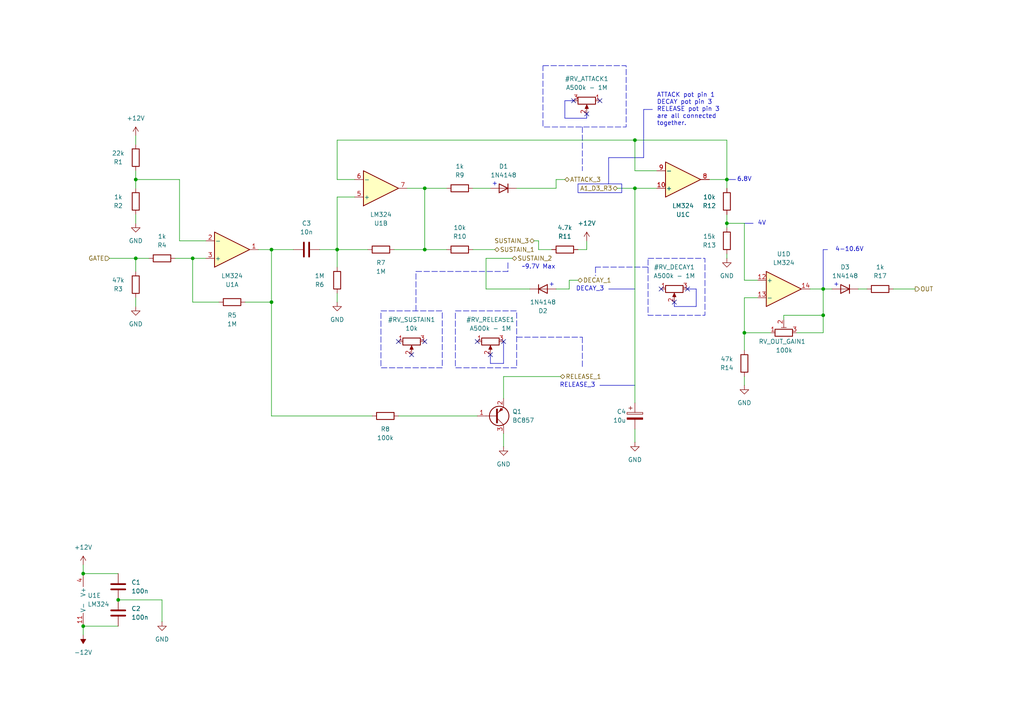
<source format=kicad_sch>
(kicad_sch (version 20250114) (generator "eeschema") (generator_version "9.0")
  (paper "A4")
  (title_block (title "ADSR + VCA") (date "2026-02-17") (rev "v1.2") (company "Shmøergh"))
  (lib_symbols
    (symbol "Amplifier_Operational:LM324" (pin_names (offset 0.127))
      (property "Reference" "U" (at 0 5.08 0))
      (property "Value" "LM324" (at 0 -5.08 0))
      (symbol "LM324_1_1"
        (polyline (pts (xy -5.08 5.08) (xy 5.08 0) (xy -5.08 -5.08) (xy -5.08 5.08)) (stroke (width 0.254)) (fill (type background)))
        (pin input line (at -7.62 2.54 0) (length 2.54) (name "+") (number "3"))
        (pin input line (at -7.62 -2.54 0) (length 2.54) (name "-") (number "2"))
        (pin output line (at 7.62 0 180) (length 2.54) (name "~") (number "1"))
      )
      (symbol "LM324_2_1"
        (polyline (pts (xy -5.08 5.08) (xy 5.08 0) (xy -5.08 -5.08) (xy -5.08 5.08)) (stroke (width 0.254)) (fill (type background)))
        (pin input line (at -7.62 2.54 0) (length 2.54) (name "+") (number "5"))
        (pin input line (at -7.62 -2.54 0) (length 2.54) (name "-") (number "6"))
        (pin output line (at 7.62 0 180) (length 2.54) (name "~") (number "7"))
      )
      (symbol "LM324_3_1"
        (polyline (pts (xy -5.08 5.08) (xy 5.08 0) (xy -5.08 -5.08) (xy -5.08 5.08)) (stroke (width 0.254)) (fill (type background)))
        (pin input line (at -7.62 2.54 0) (length 2.54) (name "+") (number "10"))
        (pin input line (at -7.62 -2.54 0) (length 2.54) (name "-") (number "9"))
        (pin output line (at 7.62 0 180) (length 2.54) (name "~") (number "8"))
      )
      (symbol "LM324_4_1"
        (polyline (pts (xy -5.08 5.08) (xy 5.08 0) (xy -5.08 -5.08) (xy -5.08 5.08)) (stroke (width 0.254)) (fill (type background)))
        (pin input line (at -7.62 2.54 0) (length 2.54) (name "+") (number "12"))
        (pin input line (at -7.62 -2.54 0) (length 2.54) (name "-") (number "13"))
        (pin output line (at 7.62 0 180) (length 2.54) (name "~") (number "14"))
      )
      (symbol "LM324_5_1"
        (pin power_in line (at -2.54 7.62 270) (length 3.81) (name "V+") (number "4"))
        (pin power_in line (at -2.54 -7.62 90) (length 3.81) (name "V-") (number "11"))
      )
    )
    (symbol "Device:C" (pin_numbers (hide yes)) (pin_names (offset 0.254))
      (property "Reference" "C" (at 0.635 2.54 0))
      (property "Value" "C" (at 0.635 -2.54 0))
      (symbol "C_0_1"
        (polyline (pts (xy -2.032 0.762) (xy 2.032 0.762)) (stroke (width 0.508)))
        (polyline (pts (xy -2.032 -0.762) (xy 2.032 -0.762)) (stroke (width 0.508)))
      )
      (symbol "C_1_1"
        (pin passive line (at 0 3.81 270) (length 2.794) (name "~") (number "1"))
        (pin passive line (at 0 -3.81 90) (length 2.794) (name "~") (number "2"))
      )
    )
    (symbol "Device:C_Polarized" (pin_numbers (hide yes)) (pin_names (offset 0.254))
      (property "Reference" "C" (at 0.635 2.54 0))
      (property "Value" "C_Polarized" (at 0.635 -2.54 0))
      (symbol "C_Polarized_0_1"
        (rectangle (start -2.286 0.508) (end 2.286 1.016))
        (polyline (pts (xy -1.778 2.286) (xy -0.762 2.286)))
        (polyline (pts (xy -1.27 2.794) (xy -1.27 1.778)))
        (rectangle (start 2.286 -0.508) (end -2.286 -1.016) (fill (type outline)))
      )
      (symbol "C_Polarized_1_1"
        (pin passive line (at 0 3.81 270) (length 2.794) (name "~") (number "1"))
        (pin passive line (at 0 -3.81 90) (length 2.794) (name "~") (number "2"))
      )
    )
    (symbol "Device:D" (pin_numbers (hide yes)) (pin_names (offset 1.016) (hide yes))
      (property "Reference" "D" (at 0 2.54 0))
      (property "Value" "D" (at 0 -2.54 0))
      (symbol "D_0_1"
        (polyline (pts (xy -1.27 1.27) (xy -1.27 -1.27)) (stroke (width 0.254)))
        (polyline (pts (xy 1.27 1.27) (xy 1.27 -1.27) (xy -1.27 0) (xy 1.27 1.27)) (stroke (width 0.254)))
        (polyline (pts (xy 1.27 0) (xy -1.27 0)))
      )
      (symbol "D_1_1"
        (pin passive line (at -3.81 0 0) (length 2.54) (name "K") (number "1"))
        (pin passive line (at 3.81 0 180) (length 2.54) (name "A") (number "2"))
      )
    )
    (symbol "Device:R" (pin_numbers (hide yes)) (pin_names (offset 0))
      (property "Reference" "R" (at 2.032 0 90))
      (property "Value" "R" (at 0 0 90))
      (symbol "R_0_1"
        (rectangle (start -1.016 -2.54) (end 1.016 2.54) (stroke (width 0.254)))
      )
      (symbol "R_1_1"
        (pin passive line (at 0 3.81 270) (length 1.27) (name "~") (number "1"))
        (pin passive line (at 0 -3.81 90) (length 1.27) (name "~") (number "2"))
      )
    )
    (symbol "Device:R_Potentiometer" (pin_names (offset 1.016) (hide yes))
      (property "Reference" "RV" (at -4.445 0 90))
      (property "Value" "R_Potentiometer" (at -2.54 0 90))
      (symbol "R_Potentiometer_0_1"
        (rectangle (start 1.016 2.54) (end -1.016 -2.54) (stroke (width 0.254)))
        (polyline (pts (xy 1.143 0) (xy 2.286 0.508) (xy 2.286 -0.508) (xy 1.143 0)) (fill (type outline)))
        (polyline (pts (xy 2.54 0) (xy 1.524 0)))
      )
      (symbol "R_Potentiometer_1_1"
        (pin passive line (at 0 3.81 270) (length 1.27) (name "1") (number "1"))
        (pin passive line (at 0 -3.81 90) (length 1.27) (name "3") (number "3"))
        (pin passive line (at 3.81 0 180) (length 1.27) (name "2") (number "2"))
      )
    )
    (symbol "Device:R_Potentiometer_Trim" (pin_names (offset 1.016) (hide yes))
      (property "Reference" "RV" (at -4.445 0 90))
      (property "Value" "R_Potentiometer_Trim" (at -2.54 0 90))
      (symbol "R_Potentiometer_Trim_0_1"
        (rectangle (start 1.016 2.54) (end -1.016 -2.54) (stroke (width 0.254)))
        (polyline (pts (xy 1.524 0.762) (xy 1.524 -0.762)))
        (polyline (pts (xy 2.54 0) (xy 1.524 0)))
      )
      (symbol "R_Potentiometer_Trim_1_1"
        (pin passive line (at 0 3.81 270) (length 1.27) (name "1") (number "1"))
        (pin passive line (at 0 -3.81 90) (length 1.27) (name "3") (number "3"))
        (pin passive line (at 3.81 0 180) (length 1.27) (name "2") (number "2"))
      )
    )
    (symbol "Transistor_BJT:BC857" (pin_names (offset 0) (hide yes))
      (property "Reference" "Q" (at 5.08 1.905 0))
      (property "Value" "BC857" (at 5.08 0 0))
      (symbol "BC857_0_1"
        (polyline (pts (xy -2.54 0) (xy 0.635 0)))
        (polyline (pts (xy 0.635 1.905) (xy 0.635 -1.905)) (stroke (width 0.508)))
        (polyline (pts (xy 0.635 0.635) (xy 2.54 2.54)))
        (polyline (pts (xy 0.635 -0.635) (xy 2.54 -2.54)))
        (circle (center 1.27 0) (radius 2.8194) (stroke (width 0.254)))
        (polyline (pts (xy 2.286 -1.778) (xy 1.778 -2.286) (xy 1.27 -1.27) (xy 2.286 -1.778)) (fill (type outline)))
      )
      (symbol "BC857_1_1"
        (pin input line (at -5.08 0 0) (length 2.54) (name "B") (number "1"))
        (pin passive line (at 2.54 5.08 270) (length 2.54) (name "C") (number "3"))
        (pin passive line (at 2.54 -5.08 90) (length 2.54) (name "E") (number "2"))
      )
    )
    (symbol "power:+12V" (power) (pin_numbers (hide yes)) (pin_names (offset 0) (hide yes))
      (property "Value" "+12V" (at 0 3.556 0))
      (symbol "+12V_0_1"
        (polyline (pts (xy -0.762 1.27) (xy 0 2.54)))
        (polyline (pts (xy 0 2.54) (xy 0.762 1.27)))
        (polyline (pts (xy 0 0) (xy 0 2.54)))
      )
      (symbol "+12V_1_1"
        (pin power_in line (at 0 0 90) (length 0) (name "~") (number "1"))
      )
    )
    (symbol "power:-12V" (power) (pin_numbers (hide yes)) (pin_names (offset 0) (hide yes))
      (property "Value" "-12V" (at 0 3.556 0))
      (symbol "-12V_0_0"
        (pin power_in line (at 0 0 90) (length 0) (name "~") (number "1"))
      )
      (symbol "-12V_0_1"
        (polyline (pts (xy 0 0) (xy 0 1.27) (xy 0.762 1.27) (xy 0 2.54) (xy -0.762 1.27) (xy 0 1.27)) (fill (type outline)))
      )
    )
    (symbol "power:GND" (power) (pin_numbers (hide yes)) (pin_names (offset 0) (hide yes))
      (property "Value" "GND" (at 0 -3.81 0))
      (symbol "GND_0_1"
        (polyline (pts (xy 0 0) (xy 0 -1.27) (xy 1.27 -1.27) (xy 0 -2.54) (xy -1.27 -1.27) (xy 0 -1.27)))
      )
      (symbol "GND_1_1"
        (pin power_in line (at 0 0 270) (length 0) (name "~") (number "1"))
      )
    )
  )
  (rectangle (start 157.48 19.05) (end 181.61 36.83) (stroke (width 0) (type dash)))
  (rectangle (start 187.96 74.93) (end 204.47 91.44) (stroke (width 0) (type dash)))
  (rectangle (start 110.49 90.17) (end 128.27 106.68) (stroke (width 0) (type dash)))
  (rectangle (start 132.08 90.17) (end 149.86 106.68) (stroke (width 0) (type dash)))
  (rectangle (start 167.64 53.34) (end 180.34 55.88))
  (text "4-10.6V" (at 246.38 72.39 0) (effects (font (size 1.27 1.27))))
  (text "+" (at 160.02 82.55 0) (effects (font (size 1.27 1.27))))
  (text "4V" (at 220.98 64.77 0) (effects (font (size 1.27 1.27))))
  (text "+" (at 143.51 53.34 0) (effects (font (size 1.27 1.27))))
  (text "DECAY_3" (at 175.26 83.82 0) (effects (font (size 1.27 1.27)) (justify right)))
  (text "+" (at 242.57 82.55 0) (effects (font (size 1.27 1.27))))
  (text "~9.7V Max" (at 156.21 77.47 0) (effects (font (size 1.27 1.27))))
  (text "RELEASE_3" (at 172.72 111.76 0) (effects (font (size 1.27 1.27)) (justify right)))
  (text "6.8V" (at 215.9 52.07 0) (effects (font (size 1.27 1.27))))
  (text "ATTACK pot pin 1\nDECAY pot pin 3\nRELEASE pot pin 3\nare all connected\ntogether." (at 190.5 31.75 0) (effects (font (size 1.27 1.27)) (justify left)))
  (junction (at 210.82 64.77))
  (junction (at 39.37 74.93))
  (junction (at 238.76 83.82))
  (junction (at 78.74 72.39))
  (junction (at 123.19 54.61))
  (junction (at 24.13 181.61))
  (junction (at 39.37 52.07))
  (junction (at 184.15 54.61))
  (junction (at 97.79 72.39))
  (junction (at 123.19 72.39))
  (junction (at 78.74 87.63))
  (junction (at 24.13 166.37))
  (junction (at 34.29 173.99))
  (junction (at 184.15 40.64))
  (junction (at 238.76 91.44))
  (junction (at 55.88 74.93))
  (junction (at 210.82 52.07))
  (junction (at 215.9 96.52))
  (no_connect (at 138.43 99.06))
  (no_connect (at 191.77 83.82))
  (no_connect (at 170.18 33.02))
  (no_connect (at 199.39 83.82))
  (no_connect (at 119.38 102.87))
  (no_connect (at 173.99 29.21))
  (no_connect (at 166.37 29.21))
  (no_connect (at 142.24 102.87))
  (no_connect (at 123.19 99.06))
  (no_connect (at 195.58 87.63))
  (no_connect (at 146.05 99.06))
  (no_connect (at 115.57 99.06))
  (wire (pts (xy 39.37 49.53) (xy 39.37 52.07)))
  (wire (pts (xy 123.19 72.39) (xy 129.54 72.39)))
  (polyline (pts (xy 238.76 72.39) (xy 238.76 83.82)))
  (wire (pts (xy 97.79 87.63) (xy 97.79 85.09)))
  (wire (pts (xy 156.21 69.85) (xy 156.21 72.39)))
  (wire (pts (xy 102.87 52.07) (xy 97.79 52.07)))
  (wire (pts (xy 210.82 40.64) (xy 210.82 52.07)))
  (wire (pts (xy 123.19 54.61) (xy 129.54 54.61)))
  (wire (pts (xy 184.15 54.61) (xy 190.5 54.61)))
  (wire (pts (xy 39.37 52.07) (xy 52.07 52.07)))
  (wire (pts (xy 227.33 91.44) (xy 238.76 91.44)))
  (polyline (pts (xy 199.39 83.82) (xy 201.93 83.82)))
  (wire (pts (xy 78.74 72.39) (xy 74.93 72.39)))
  (polyline (pts (xy 215.9 64.77) (xy 218.44 64.77)))
  (wire (pts (xy 46.99 173.99) (xy 34.29 173.99)))
  (wire (pts (xy 165.1 81.28) (xy 165.1 83.82)))
  (polyline (pts (xy 170.18 34.29) (xy 163.83 34.29)))
  (polyline (pts (xy 240.03 72.39) (xy 238.76 72.39)))
  (polyline (pts (xy 120.65 78.74) (xy 147.32 78.74)) (stroke (width 0) (type dash)))
  (polyline (pts (xy 172.72 77.47) (xy 172.72 80.01)) (stroke (width 0) (type dash)))
  (wire (pts (xy 46.99 180.34) (xy 46.99 173.99)))
  (wire (pts (xy 63.5 87.63) (xy 55.88 87.63)))
  (wire (pts (xy 106.68 72.39) (xy 97.79 72.39)))
  (wire (pts (xy 167.64 81.28) (xy 165.1 81.28)))
  (wire (pts (xy 238.76 83.82) (xy 241.3 83.82)))
  (wire (pts (xy 31.75 74.93) (xy 39.37 74.93)))
  (wire (pts (xy 184.15 49.53) (xy 184.15 40.64)))
  (wire (pts (xy 238.76 83.82) (xy 238.76 91.44)))
  (wire (pts (xy 259.08 83.82) (xy 265.43 83.82)))
  (wire (pts (xy 55.88 87.63) (xy 55.88 74.93)))
  (polyline (pts (xy 186.69 45.72) (xy 176.53 45.72)))
  (wire (pts (xy 146.05 109.22) (xy 162.56 109.22)))
  (polyline (pts (xy 187.96 77.47) (xy 172.72 77.47)) (stroke (width 0) (type dash)))
  (wire (pts (xy 39.37 88.9) (xy 39.37 86.36)))
  (wire (pts (xy 154.94 69.85) (xy 156.21 69.85)))
  (polyline (pts (xy 163.83 29.21) (xy 166.37 29.21)))
  (wire (pts (xy 234.95 83.82) (xy 238.76 83.82)))
  (polyline (pts (xy 168.91 36.83) (xy 168.91 49.53)) (stroke (width 0) (type dash)))
  (wire (pts (xy 97.79 57.15) (xy 97.79 72.39)))
  (wire (pts (xy 210.82 64.77) (xy 215.9 64.77)))
  (wire (pts (xy 55.88 74.93) (xy 59.69 74.93)))
  (wire (pts (xy 227.33 92.71) (xy 227.33 91.44)))
  (wire (pts (xy 210.82 73.66) (xy 210.82 74.93)))
  (wire (pts (xy 210.82 62.23) (xy 210.82 64.77)))
  (wire (pts (xy 184.15 128.27) (xy 184.15 124.46)))
  (wire (pts (xy 39.37 64.77) (xy 39.37 62.23)))
  (wire (pts (xy 24.13 163.83) (xy 24.13 166.37)))
  (polyline (pts (xy 176.53 45.72) (xy 176.53 53.34)))
  (wire (pts (xy 92.71 72.39) (xy 97.79 72.39)))
  (wire (pts (xy 97.79 40.64) (xy 184.15 40.64)))
  (wire (pts (xy 140.97 83.82) (xy 153.67 83.82)))
  (wire (pts (xy 170.18 72.39) (xy 167.64 72.39)))
  (polyline (pts (xy 176.53 83.82) (xy 184.15 83.82)))
  (wire (pts (xy 140.97 74.93) (xy 140.97 83.82)))
  (wire (pts (xy 115.57 120.65) (xy 138.43 120.65)))
  (wire (pts (xy 210.82 64.77) (xy 210.82 66.04)))
  (wire (pts (xy 71.12 87.63) (xy 78.74 87.63)))
  (wire (pts (xy 190.5 49.53) (xy 184.15 49.53)))
  (wire (pts (xy 78.74 120.65) (xy 107.95 120.65)))
  (wire (pts (xy 97.79 52.07) (xy 97.79 40.64)))
  (wire (pts (xy 184.15 40.64) (xy 210.82 40.64)))
  (wire (pts (xy 161.29 54.61) (xy 161.29 52.07)))
  (wire (pts (xy 170.18 69.85) (xy 170.18 72.39)))
  (wire (pts (xy 161.29 83.82) (xy 165.1 83.82)))
  (wire (pts (xy 52.07 69.85) (xy 59.69 69.85)))
  (wire (pts (xy 39.37 52.07) (xy 39.37 54.61)))
  (wire (pts (xy 248.92 83.82) (xy 251.46 83.82)))
  (wire (pts (xy 215.9 64.77) (xy 215.9 81.28)))
  (polyline (pts (xy 142.24 102.87) (xy 142.24 105.41)))
  (polyline (pts (xy 201.93 83.82) (xy 201.93 88.9)))
  (wire (pts (xy 156.21 72.39) (xy 160.02 72.39)))
  (wire (pts (xy 52.07 52.07) (xy 52.07 69.85)))
  (wire (pts (xy 78.74 87.63) (xy 78.74 120.65)))
  (wire (pts (xy 123.19 72.39) (xy 123.19 54.61)))
  (wire (pts (xy 231.14 96.52) (xy 238.76 96.52)))
  (wire (pts (xy 146.05 109.22) (xy 146.05 115.57)))
  (wire (pts (xy 184.15 54.61) (xy 184.15 116.84)))
  (polyline (pts (xy 173.99 111.76) (xy 184.15 111.76)))
  (wire (pts (xy 24.13 181.61) (xy 34.29 181.61)))
  (wire (pts (xy 142.24 54.61) (xy 137.16 54.61)))
  (polyline (pts (xy 163.83 34.29) (xy 163.83 29.21)))
  (wire (pts (xy 223.52 96.52) (xy 215.9 96.52)))
  (wire (pts (xy 215.9 96.52) (xy 215.9 86.36)))
  (wire (pts (xy 39.37 74.93) (xy 39.37 78.74)))
  (wire (pts (xy 238.76 91.44) (xy 238.76 96.52)))
  (polyline (pts (xy 142.24 105.41) (xy 146.05 105.41)))
  (wire (pts (xy 78.74 87.63) (xy 78.74 72.39)))
  (wire (pts (xy 210.82 52.07) (xy 210.82 54.61)))
  (wire (pts (xy 179.07 54.61) (xy 184.15 54.61)))
  (wire (pts (xy 149.86 54.61) (xy 161.29 54.61)))
  (wire (pts (xy 215.9 111.76) (xy 215.9 109.22)))
  (wire (pts (xy 210.82 52.07) (xy 205.74 52.07)))
  (polyline (pts (xy 189.23 31.75) (xy 186.69 31.75)))
  (wire (pts (xy 161.29 52.07) (xy 163.83 52.07)))
  (wire (pts (xy 215.9 101.6) (xy 215.9 96.52)))
  (polyline (pts (xy 170.18 33.02) (xy 170.18 34.29)))
  (polyline (pts (xy 146.05 99.06) (xy 146.05 105.41)))
  (wire (pts (xy 97.79 72.39) (xy 97.79 77.47)))
  (polyline (pts (xy 147.32 76.2) (xy 147.32 78.74)) (stroke (width 0) (type dash)))
  (wire (pts (xy 137.16 72.39) (xy 143.51 72.39)))
  (polyline (pts (xy 210.82 52.07) (xy 213.36 52.07)))
  (polyline (pts (xy 120.65 90.17) (xy 120.65 78.74)) (stroke (width 0) (type dash)))
  (wire (pts (xy 123.19 54.61) (xy 118.11 54.61)))
  (wire (pts (xy 39.37 39.37) (xy 39.37 41.91)))
  (wire (pts (xy 146.05 129.54) (xy 146.05 125.73)))
  (polyline (pts (xy 201.93 88.9) (xy 195.58 88.9)))
  (wire (pts (xy 102.87 57.15) (xy 97.79 57.15)))
  (wire (pts (xy 114.3 72.39) (xy 123.19 72.39)))
  (wire (pts (xy 215.9 86.36) (xy 219.71 86.36)))
  (polyline (pts (xy 149.86 97.79) (xy 168.91 97.79)) (stroke (width 0) (type dash)))
  (wire (pts (xy 39.37 74.93) (xy 43.18 74.93)))
  (wire (pts (xy 24.13 166.37) (xy 34.29 166.37)))
  (polyline (pts (xy 195.58 87.63) (xy 195.58 88.9)))
  (wire (pts (xy 215.9 81.28) (xy 219.71 81.28)))
  (polyline (pts (xy 186.69 31.75) (xy 186.69 45.72)))
  (wire (pts (xy 24.13 184.15) (xy 24.13 181.61)))
  (wire (pts (xy 85.09 72.39) (xy 78.74 72.39)))
  (polyline (pts (xy 168.91 97.79) (xy 168.91 106.68)) (stroke (width 0) (type dash)))
  (wire (pts (xy 148.59 74.93) (xy 140.97 74.93)))
  (wire (pts (xy 50.8 74.93) (xy 55.88 74.93)))
  (hierarchical_label "DECAY_1" (shape bidirectional) (at 167.64 81.28 0))
  (hierarchical_label "GATE" (shape input) (at 31.75 74.93 180))
  (hierarchical_label "ATTACK_3" (shape bidirectional) (at 163.83 52.07 0))
  (hierarchical_label "SUSTAIN_3" (shape bidirectional) (at 154.94 69.85 180))
  (hierarchical_label "A1_D3_R3" (shape bidirectional) (at 179.07 54.61 180))
  (hierarchical_label "SUSTAIN_1" (shape bidirectional) (at 143.51 72.39 0))
  (hierarchical_label "RELEASE_1" (shape bidirectional) (at 162.56 109.22 0))
  (hierarchical_label "SUSTAIN_2" (shape bidirectional) (at 148.59 74.93 0))
  (hierarchical_label "OUT" (shape output) (at 265.43 83.82 0))
  (symbol (lib_id "power:+12V") (at 170.18 69.85 0) (unit 1)
    (property "Reference" "#PWR011" (effects (hide yes)))
    (property "Value" "+12V" (at 170.18 64.77 0))
    (property "Description" "Power symbol creates a global label with name \"+12V\"" (effects (hide yes)))
  )
  (symbol (lib_id "Device:C") (at 34.29 170.18 0) (unit 1)
    (property "Reference" "C1" (at 38.1 168.91 0) (effects (justify left)))
    (property "Value" "100n" (at 38.1 171.45 0) (effects (justify left)))
    (property "Footprint" "Capacitor_SMD:C_0603_1608Metric" (effects (hide yes)))
    (property "LCSC" "C14663" (effects (hide yes)))
    (property "CHECKED" "YES" (effects (hide yes)))
    (property "Vendor" "JLCPCB" (effects (hide yes)))
  )
  (symbol (lib_id "Device:R_Potentiometer") (at 195.58 83.82 90) (mirror x) (unit 1)
    (property "Reference" "#RV_DECAY1" (at 195.58 77.47 90))
    (property "Value" "A500k - 1M" (at 195.58 80.01 90))
    (property "Description" "Potentiometer" (effects (hide yes)))
  )
  (symbol (lib_id "Device:R") (at 46.99 74.93 270) (mirror x) (unit 1)
    (property "Reference" "R4" (at 46.99 71.12 90))
    (property "Value" "1k" (at 46.99 68.58 90))
    (property "Footprint" "Resistor_SMD:R_0603_1608Metric" (effects (hide yes)))
    (property "LCSC" "C21190" (effects (hide yes)))
    (property "CHECKED" "YES" (effects (hide yes)))
    (property "Vendor" "JLCPCB" (effects (hide yes)))
  )
  (symbol (lib_id "Device:C") (at 34.29 177.8 0) (unit 1)
    (property "Reference" "C2" (at 38.1 176.53 0) (effects (justify left)))
    (property "Value" "100n" (at 38.1 179.07 0) (effects (justify left)))
    (property "Footprint" "Capacitor_SMD:C_0603_1608Metric" (effects (hide yes)))
    (property "LCSC" "C14663" (effects (hide yes)))
    (property "CHECKED" "YES" (effects (hide yes)))
    (property "Vendor" "JLCPCB" (effects (hide yes)))
  )
  (symbol (lib_id "Device:R") (at 210.82 69.85 180) (unit 1)
    (property "Reference" "R13" (at 205.74 71.12 0))
    (property "Value" "15k" (at 205.74 68.58 0))
    (property "Footprint" "Resistor_SMD:R_0603_1608Metric" (effects (hide yes)))
    (property "LCSC" "C22809" (effects (hide yes)))
    (property "CHECKED" "YES" (effects (hide yes)))
    (property "Vendor" "JLCPCB" (effects (hide yes)))
  )
  (symbol (lib_id "power:GND") (at 97.79 87.63 0) (unit 1)
    (property "Reference" "#PWR09" (effects (hide yes)))
    (property "Value" "GND" (at 97.79 92.71 0))
    (property "Description" "Power symbol creates a global label with name \"GND\" , ground" (effects (hide yes)))
  )
  (symbol (lib_id "Device:R") (at 163.83 72.39 90) (unit 1)
    (property "Reference" "R11" (at 163.83 68.58 90))
    (property "Value" "4.7k" (at 163.83 66.04 90))
    (property "Footprint" "Resistor_SMD:R_0603_1608Metric" (effects (hide yes)))
    (property "LCSC" "C23162" (effects (hide yes)))
    (property "CHECKED" "YES" (effects (hide yes)))
    (property "Vendor" "JLCPCB" (effects (hide yes)))
  )
  (symbol (lib_id "power:GND") (at 39.37 64.77 0) (unit 1)
    (property "Reference" "#PWR06" (effects (hide yes)))
    (property "Value" "GND" (at 39.37 69.85 0))
    (property "Description" "Power symbol creates a global label with name \"GND\" , ground" (effects (hide yes)))
  )
  (symbol (lib_id "Device:D") (at 245.11 83.82 180) (unit 1)
    (property "Reference" "D3" (at 245.11 77.47 0))
    (property "Value" "1N4148" (at 245.11 80.01 0))
    (property "Footprint" "Diode_SMD:D_SOD-123" (effects (hide yes)))
    (property "Description" "Diode" (effects (hide yes)))
    (property "Sim.Device" "D" (effects (hide yes)))
    (property "Sim.Pins" "1=K 2=A" (effects (hide yes)))
    (property "LCSC" "C81598" (effects (hide yes)))
    (property "Vendor" "JLCPCB" (effects (hide yes)))
    (property "CHECKED" "YES" (effects (hide yes)))
  )
  (symbol (lib_id "Device:C_Polarized") (at 184.15 120.65 0) (unit 1)
    (property "Reference" "C4" (at 181.61 119.38 0) (effects (justify right)))
    (property "Value" "10u" (at 181.61 121.92 0) (effects (justify right)))
    (property "Footprint" "Capacitor_SMD:CP_Elec_5x5.4" (effects (hide yes)))
    (property "Description" "Polarized capacitor" (effects (hide yes)))
    (property "LCSC" "C30110" (effects (hide yes)))
    (property "Vendor" "JLCPCB" (effects (hide yes)))
    (property "CHECKED" "YES" (effects (hide yes)))
  )
  (symbol (lib_id "Device:D") (at 157.48 83.82 0) (unit 1)
    (property "Reference" "D2" (at 157.48 90.17 0))
    (property "Value" "1N4148" (at 157.48 87.63 0))
    (property "Footprint" "Diode_SMD:D_SOD-123" (effects (hide yes)))
    (property "Description" "Diode" (effects (hide yes)))
    (property "Sim.Device" "D" (effects (hide yes)))
    (property "Sim.Pins" "1=K 2=A" (effects (hide yes)))
    (property "LCSC" "C81598" (effects (hide yes)))
    (property "Vendor" "JLCPCB" (effects (hide yes)))
    (property "CHECKED" "YES" (effects (hide yes)))
  )
  (symbol (lib_id "power:-12V") (at 24.13 184.15 180) (unit 1)
    (property "Reference" "#PWR04" (effects (hide yes)))
    (property "Value" "-12V" (at 24.13 189.23 0))
    (property "Description" "Power symbol creates a global label with name \"-12V\"" (effects (hide yes)))
  )
  (symbol (lib_id "Amplifier_Operational:LM324") (at 67.31 72.39 0) (mirror x) (unit 1)
    (property "Reference" "U1" (at 67.31 82.55 0))
    (property "Value" "LM324" (at 67.31 80.01 0))
    (property "Footprint" "Package_SO:SOIC-14_3.9x8.7mm_P1.27mm" (effects (hide yes)))
    (property "Datasheet" "http://www.ti.com/lit/ds/symlink/lm2902-n.pdf" (effects (hide yes)))
    (property "Description" "Low-Power, Quad-Operational Amplifiers, DIP-14/SOIC-14/SSOP-14" (effects (hide yes)))
    (property "Vendor" "JLCPCB" (effects (hide yes)))
    (property "LCSC" "C71035" (effects (hide yes)))
    (property "CHECKED" "YES" (effects (hide yes)))
  )
  (symbol (lib_id "Device:R") (at 255.27 83.82 270) (mirror x) (unit 1)
    (property "Reference" "R17" (at 255.27 80.01 90))
    (property "Value" "1k" (at 255.27 77.47 90))
    (property "Footprint" "Resistor_SMD:R_0603_1608Metric" (effects (hide yes)))
    (property "LCSC" "C21190" (effects (hide yes)))
    (property "CHECKED" "YES" (effects (hide yes)))
    (property "Vendor" "JLCPCB" (effects (hide yes)))
  )
  (symbol (lib_id "power:GND") (at 46.99 180.34 0) (unit 1)
    (property "Reference" "#PWR08" (effects (hide yes)))
    (property "Value" "GND" (at 46.99 185.42 0))
    (property "Description" "Power symbol creates a global label with name \"GND\" , ground" (effects (hide yes)))
  )
  (symbol (lib_id "Device:R_Potentiometer") (at 170.18 29.21 270) (unit 1)
    (property "Reference" "#RV_ATTACK1" (at 170.18 22.86 90))
    (property "Value" "A500k - 1M" (at 170.18 25.4 90))
    (property "Description" "Potentiometer" (effects (hide yes)))
  )
  (symbol (lib_id "Device:R") (at 133.35 54.61 270) (mirror x) (unit 1)
    (property "Reference" "R9" (at 133.35 50.8 90))
    (property "Value" "1k" (at 133.35 48.26 90))
    (property "Footprint" "Resistor_SMD:R_0603_1608Metric" (effects (hide yes)))
    (property "LCSC" "C21190" (effects (hide yes)))
    (property "CHECKED" "YES" (effects (hide yes)))
    (property "Vendor" "JLCPCB" (effects (hide yes)))
  )
  (symbol (lib_id "Device:R") (at 39.37 45.72 180) (unit 1)
    (property "Reference" "R1" (at 34.29 46.99 0))
    (property "Value" "22k" (at 34.29 44.45 0))
    (property "Footprint" "Resistor_SMD:R_0603_1608Metric" (effects (hide yes)))
    (property "LCSC" "C31850" (effects (hide yes)))
    (property "CHECKED" "YES" (effects (hide yes)))
    (property "Vendor" "JLCPCB" (effects (hide yes)))
  )
  (symbol (lib_id "Device:R") (at 39.37 82.55 180) (unit 1)
    (property "Reference" "R3" (at 34.29 83.82 0))
    (property "Value" "47k" (at 34.29 81.28 0))
    (property "Footprint" "Resistor_SMD:R_0603_1608Metric" (effects (hide yes)))
    (property "LCSC" "C25819" (effects (hide yes)))
    (property "CHECKED" "YES" (effects (hide yes)))
    (property "Vendor" "JLCPCB" (effects (hide yes)))
  )
  (symbol (lib_id "power:+12V") (at 39.37 39.37 0) (unit 1)
    (property "Reference" "#PWR05" (effects (hide yes)))
    (property "Value" "+12V" (at 39.37 34.29 0))
    (property "Description" "Power symbol creates a global label with name \"+12V\"" (effects (hide yes)))
  )
  (symbol (lib_id "Amplifier_Operational:LM324") (at 198.12 52.07 0) (mirror x) (unit 3)
    (property "Reference" "U1" (at 198.12 62.23 0))
    (property "Value" "LM324" (at 198.12 59.69 0))
    (property "Footprint" "Package_SO:SOIC-14_3.9x8.7mm_P1.27mm" (effects (hide yes)))
    (property "Datasheet" "http://www.ti.com/lit/ds/symlink/lm2902-n.pdf" (effects (hide yes)))
    (property "Description" "Low-Power, Quad-Operational Amplifiers, DIP-14/SOIC-14/SSOP-14" (effects (hide yes)))
    (property "Vendor" "JLCPCB" (effects (hide yes)))
    (property "LCSC" "C71035" (effects (hide yes)))
    (property "CHECKED" "YES" (effects (hide yes)))
  )
  (symbol (lib_id "power:GND") (at 39.37 88.9 0) (unit 1)
    (property "Reference" "#PWR07" (effects (hide yes)))
    (property "Value" "GND" (at 39.37 93.98 0))
    (property "Description" "Power symbol creates a global label with name \"GND\" , ground" (effects (hide yes)))
  )
  (symbol (lib_id "Device:R_Potentiometer_Trim") (at 227.33 96.52 90) (unit 1)
    (property "Reference" "RV_OUT_GAIN1" (at 233.68 99.06 90) (effects (justify left)))
    (property "Value" "100k" (at 229.87 101.6 90) (effects (justify left)))
    (property "Footprint" "Potentiometer_THT:Potentiometer_ACP_CA6-H2,5_Horizontal" (effects (hide yes)))
    (property "Description" "Trim-potentiometer" (effects (hide yes)))
    (property "Part URL" "https://mou.sr/4oMQfnb" (effects (hide yes)))
    (property "Vendor" "Mouser" (effects (hide yes)))
    (property "CHECKED" "YES" (effects (hide yes)))
    (property "Mouser Part no." "774-06TR4AA104CP" (effects (hide yes)))
  )
  (symbol (lib_id "power:GND") (at 184.15 128.27 0) (unit 1)
    (property "Reference" "#PWR012" (effects (hide yes)))
    (property "Value" "GND" (at 184.15 133.35 0))
    (property "Description" "Power symbol creates a global label with name \"GND\" , ground" (effects (hide yes)))
  )
  (symbol (lib_id "Device:R_Potentiometer") (at 119.38 99.06 90) (mirror x) (unit 1)
    (property "Reference" "#RV_SUSTAIN1" (at 119.38 92.71 90))
    (property "Value" "10k" (at 119.38 95.25 90))
    (property "Description" "Potentiometer" (effects (hide yes)))
    (property "Vendor" "Mouser" (effects (hide yes)))
  )
  (symbol (lib_id "power:GND") (at 210.82 74.93 0) (unit 1)
    (property "Reference" "#PWR013" (effects (hide yes)))
    (property "Value" "GND" (at 210.82 80.01 0))
    (property "Description" "Power symbol creates a global label with name \"GND\" , ground" (effects (hide yes)))
  )
  (symbol (lib_id "Device:R") (at 210.82 58.42 180) (unit 1)
    (property "Reference" "R12" (at 205.74 59.69 0))
    (property "Value" "10k" (at 205.74 57.15 0))
    (property "Footprint" "Resistor_SMD:R_0603_1608Metric" (effects (hide yes)))
    (property "LCSC" "C25804" (effects (hide yes)))
    (property "CHECKED" "YES" (effects (hide yes)))
    (property "Vendor" "JLCPCB" (effects (hide yes)))
  )
  (symbol (lib_id "Amplifier_Operational:LM324") (at 26.67 173.99 0) (unit 5)
    (property "Reference" "U1" (at 25.4 172.7199 0) (effects (justify left)))
    (property "Value" "LM324" (at 25.4 175.2599 0) (effects (justify left)))
    (property "Footprint" "Package_SO:SOIC-14_3.9x8.7mm_P1.27mm" (effects (hide yes)))
    (property "Datasheet" "http://www.ti.com/lit/ds/symlink/lm2902-n.pdf" (effects (hide yes)))
    (property "Description" "Low-Power, Quad-Operational Amplifiers, DIP-14/SOIC-14/SSOP-14" (effects (hide yes)))
    (property "Vendor" "JLCPCB" (effects (hide yes)))
    (property "LCSC" "C71035" (effects (hide yes)))
    (property "CHECKED" "YES" (effects (hide yes)))
  )
  (symbol (lib_id "Device:C") (at 88.9 72.39 90) (unit 1)
    (property "Reference" "C3" (at 88.9 64.77 90))
    (property "Value" "10n" (at 88.9 67.31 90))
    (property "Footprint" "Capacitor_SMD:C_0603_1608Metric" (effects (hide yes)))
    (property "LCSC" "C57112" (effects (hide yes)))
    (property "CHECKED" "YES" (effects (hide yes)))
    (property "Vendor" "JLCPCB" (effects (hide yes)))
  )
  (symbol (lib_id "Device:R") (at 67.31 87.63 270) (unit 1)
    (property "Reference" "R5" (at 67.31 91.44 90))
    (property "Value" "1M" (at 67.31 93.98 90))
    (property "Footprint" "Resistor_SMD:R_0603_1608Metric" (effects (hide yes)))
    (property "LCSC" "C22935" (effects (hide yes)))
    (property "CHECKED" "YES" (effects (hide yes)))
    (property "Vendor" "JLCPCB" (effects (hide yes)))
  )
  (symbol (lib_id "Device:R") (at 39.37 58.42 180) (unit 1)
    (property "Reference" "R2" (at 34.29 59.69 0))
    (property "Value" "1k" (at 34.29 57.15 0))
    (property "Footprint" "Resistor_SMD:R_0603_1608Metric" (effects (hide yes)))
    (property "LCSC" "C21190" (effects (hide yes)))
    (property "CHECKED" "YES" (effects (hide yes)))
    (property "Vendor" "JLCPCB" (effects (hide yes)))
  )
  (symbol (lib_id "Device:R") (at 111.76 120.65 270) (unit 1)
    (property "Reference" "R8" (at 111.76 124.46 90))
    (property "Value" "100k" (at 111.76 127 90))
    (property "Footprint" "Resistor_SMD:R_0603_1608Metric" (effects (hide yes)))
    (property "LCSC" "C25803" (effects (hide yes)))
    (property "CHECKED" "YES" (effects (hide yes)))
    (property "Vendor" "JLCPCB" (effects (hide yes)))
  )
  (symbol (lib_id "Device:D") (at 146.05 54.61 180) (unit 1)
    (property "Reference" "D1" (at 146.05 48.26 0))
    (property "Value" "1N4148" (at 146.05 50.8 0))
    (property "Footprint" "Diode_SMD:D_SOD-123" (effects (hide yes)))
    (property "Description" "Diode" (effects (hide yes)))
    (property "Sim.Device" "D" (effects (hide yes)))
    (property "Sim.Pins" "1=K 2=A" (effects (hide yes)))
    (property "LCSC" "C81598" (effects (hide yes)))
    (property "Vendor" "JLCPCB" (effects (hide yes)))
    (property "CHECKED" "YES" (effects (hide yes)))
  )
  (symbol (lib_id "power:GND") (at 215.9 111.76 0) (unit 1)
    (property "Reference" "#PWR014" (effects (hide yes)))
    (property "Value" "GND" (at 215.9 116.84 0))
    (property "Description" "Power symbol creates a global label with name \"GND\" , ground" (effects (hide yes)))
  )
  (symbol (lib_id "Device:R") (at 215.9 105.41 180) (unit 1)
    (property "Reference" "R14" (at 210.82 106.68 0))
    (property "Value" "47k" (at 210.82 104.14 0))
    (property "Footprint" "Resistor_SMD:R_0603_1608Metric" (effects (hide yes)))
    (property "LCSC" "C25819" (effects (hide yes)))
    (property "CHECKED" "YES" (effects (hide yes)))
    (property "Vendor" "JLCPCB" (effects (hide yes)))
  )
  (symbol (lib_id "power:GND") (at 146.05 129.54 0) (unit 1)
    (property "Reference" "#PWR010" (effects (hide yes)))
    (property "Value" "GND" (at 146.05 134.62 0))
    (property "Description" "Power symbol creates a global label with name \"GND\" , ground" (effects (hide yes)))
  )
  (symbol (lib_id "Device:R_Potentiometer") (at 142.24 99.06 90) (mirror x) (unit 1)
    (property "Reference" "#RV_RELEASE1" (at 142.24 92.71 90))
    (property "Value" "A500k - 1M" (at 142.24 95.25 90))
    (property "Description" "Potentiometer" (effects (hide yes)))
    (property "Vendor" "Mouser" (effects (hide yes)))
  )
  (symbol (lib_id "Device:R") (at 97.79 81.28 180) (unit 1)
    (property "Reference" "R6" (at 92.71 82.55 0))
    (property "Value" "1M" (at 92.71 80.01 0))
    (property "Footprint" "Resistor_SMD:R_0603_1608Metric" (effects (hide yes)))
    (property "LCSC" "C22935" (effects (hide yes)))
    (property "CHECKED" "YES" (effects (hide yes)))
    (property "Vendor" "JLCPCB" (effects (hide yes)))
  )
  (symbol (lib_id "Amplifier_Operational:LM324") (at 227.33 83.82 0) (unit 4)
    (property "Reference" "U1" (at 227.33 73.66 0))
    (property "Value" "LM324" (at 227.33 76.2 0))
    (property "Footprint" "Package_SO:SOIC-14_3.9x8.7mm_P1.27mm" (effects (hide yes)))
    (property "Datasheet" "http://www.ti.com/lit/ds/symlink/lm2902-n.pdf" (effects (hide yes)))
    (property "Description" "Low-Power, Quad-Operational Amplifiers, DIP-14/SOIC-14/SSOP-14" (effects (hide yes)))
    (property "Vendor" "JLCPCB" (effects (hide yes)))
    (property "LCSC" "C71035" (effects (hide yes)))
    (property "CHECKED" "YES" (effects (hide yes)))
  )
  (symbol (lib_id "power:+12V") (at 24.13 163.83 0) (unit 1)
    (property "Reference" "#PWR03" (effects (hide yes)))
    (property "Value" "+12V" (at 24.13 158.75 0))
    (property "Description" "Power symbol creates a global label with name \"+12V\"" (effects (hide yes)))
  )
  (symbol (lib_id "Device:R") (at 133.35 72.39 90) (unit 1)
    (property "Reference" "R10" (at 133.35 68.58 90))
    (property "Value" "10k" (at 133.35 66.04 90))
    (property "Footprint" "Resistor_SMD:R_0603_1608Metric" (effects (hide yes)))
    (property "LCSC" "C25804" (effects (hide yes)))
    (property "CHECKED" "YES" (effects (hide yes)))
    (property "Vendor" "JLCPCB" (effects (hide yes)))
  )
  (symbol (lib_id "Amplifier_Operational:LM324") (at 110.49 54.61 0) (mirror x) (unit 2)
    (property "Reference" "U1" (at 110.49 64.77 0))
    (property "Value" "LM324" (at 110.49 62.23 0))
    (property "Footprint" "Package_SO:SOIC-14_3.9x8.7mm_P1.27mm" (effects (hide yes)))
    (property "Datasheet" "http://www.ti.com/lit/ds/symlink/lm2902-n.pdf" (effects (hide yes)))
    (property "Description" "Low-Power, Quad-Operational Amplifiers, DIP-14/SOIC-14/SSOP-14" (effects (hide yes)))
    (property "Vendor" "JLCPCB" (effects (hide yes)))
    (property "LCSC" "C71035" (effects (hide yes)))
    (property "CHECKED" "YES" (effects (hide yes)))
  )
  (symbol (lib_id "Device:R") (at 110.49 72.39 270) (unit 1)
    (property "Reference" "R7" (at 110.49 76.2 90))
    (property "Value" "1M" (at 110.49 78.74 90))
    (property "Footprint" "Resistor_SMD:R_0603_1608Metric" (effects (hide yes)))
    (property "LCSC" "C22935" (effects (hide yes)))
    (property "CHECKED" "YES" (effects (hide yes)))
    (property "Vendor" "JLCPCB" (effects (hide yes)))
  )
  (symbol (lib_id "Transistor_BJT:BC857") (at 143.51 120.65 0) (mirror x) (unit 1)
    (property "Reference" "Q1" (at 148.59 119.3799 0) (effects (justify left)))
    (property "Value" "BC857" (at 148.59 121.9199 0) (effects (justify left)))
    (property "Footprint" "Package_TO_SOT_SMD:SOT-23" (effects (hide yes)))
    (property "Datasheet" "https://www.onsemi.com/pub/Collateral/BC860-D.pdf" (effects (hide yes)))
    (property "Description" "0.1A Ic, 45V Vce, PNP Transistor, SOT-23" (effects (hide yes)))
    (property "Vendor" "JLCPCB" (effects (hide yes)))
    (property "LCSC" "C20069137" (effects (hide yes)))
    (property "CHECKED" "YES" (effects (hide yes)))
  )
)
</source>
